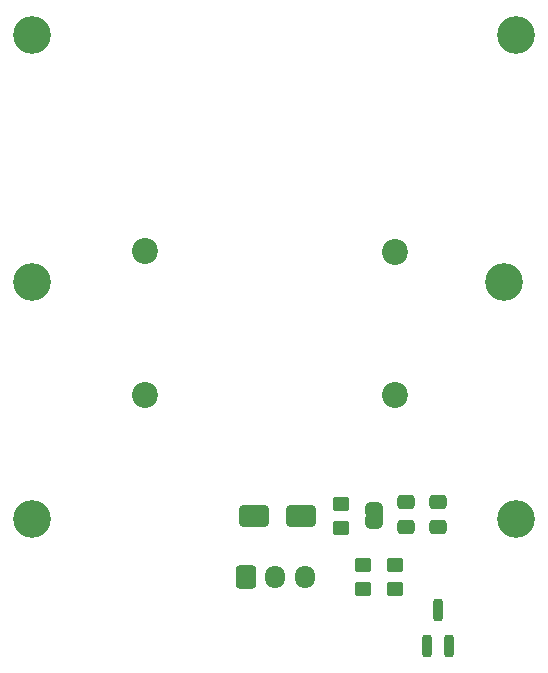
<source format=gbr>
%TF.GenerationSoftware,KiCad,Pcbnew,9.0.7-9.0.7~ubuntu24.04.1*%
%TF.CreationDate,2026-01-07T15:42:35+05:30*%
%TF.ProjectId,RPI_Cam3_RL,5250495f-4361-46d3-935f-524c2e6b6963,rev?*%
%TF.SameCoordinates,Original*%
%TF.FileFunction,Soldermask,Bot*%
%TF.FilePolarity,Negative*%
%FSLAX46Y46*%
G04 Gerber Fmt 4.6, Leading zero omitted, Abs format (unit mm)*
G04 Created by KiCad (PCBNEW 9.0.7-9.0.7~ubuntu24.04.1) date 2026-01-07 15:42:35*
%MOMM*%
%LPD*%
G01*
G04 APERTURE LIST*
G04 Aperture macros list*
%AMRoundRect*
0 Rectangle with rounded corners*
0 $1 Rounding radius*
0 $2 $3 $4 $5 $6 $7 $8 $9 X,Y pos of 4 corners*
0 Add a 4 corners polygon primitive as box body*
4,1,4,$2,$3,$4,$5,$6,$7,$8,$9,$2,$3,0*
0 Add four circle primitives for the rounded corners*
1,1,$1+$1,$2,$3*
1,1,$1+$1,$4,$5*
1,1,$1+$1,$6,$7*
1,1,$1+$1,$8,$9*
0 Add four rect primitives between the rounded corners*
20,1,$1+$1,$2,$3,$4,$5,0*
20,1,$1+$1,$4,$5,$6,$7,0*
20,1,$1+$1,$6,$7,$8,$9,0*
20,1,$1+$1,$8,$9,$2,$3,0*%
%AMFreePoly0*
4,1,23,0.500000,-0.750000,0.000000,-0.750000,0.000000,-0.745722,-0.065263,-0.745722,-0.191342,-0.711940,-0.304381,-0.646677,-0.396677,-0.554381,-0.461940,-0.441342,-0.495722,-0.315263,-0.495722,-0.250000,-0.500000,-0.250000,-0.500000,0.250000,-0.495722,0.250000,-0.495722,0.315263,-0.461940,0.441342,-0.396677,0.554381,-0.304381,0.646677,-0.191342,0.711940,-0.065263,0.745722,0.000000,0.745722,
0.000000,0.750000,0.500000,0.750000,0.500000,-0.750000,0.500000,-0.750000,$1*%
%AMFreePoly1*
4,1,23,0.000000,0.745722,0.065263,0.745722,0.191342,0.711940,0.304381,0.646677,0.396677,0.554381,0.461940,0.441342,0.495722,0.315263,0.495722,0.250000,0.500000,0.250000,0.500000,-0.250000,0.495722,-0.250000,0.495722,-0.315263,0.461940,-0.441342,0.396677,-0.554381,0.304381,-0.646677,0.191342,-0.711940,0.065263,-0.745722,0.000000,-0.745722,0.000000,-0.750000,-0.500000,-0.750000,
-0.500000,0.750000,0.000000,0.750000,0.000000,0.745722,0.000000,0.745722,$1*%
G04 Aperture macros list end*
%ADD10C,2.200000*%
%ADD11C,3.200000*%
%ADD12RoundRect,0.250000X0.475000X-0.337500X0.475000X0.337500X-0.475000X0.337500X-0.475000X-0.337500X0*%
%ADD13FreePoly0,90.000000*%
%ADD14FreePoly1,90.000000*%
%ADD15RoundRect,0.250000X-0.600000X-0.725000X0.600000X-0.725000X0.600000X0.725000X-0.600000X0.725000X0*%
%ADD16O,1.700000X1.950000*%
%ADD17RoundRect,0.250000X1.000000X0.650000X-1.000000X0.650000X-1.000000X-0.650000X1.000000X-0.650000X0*%
%ADD18RoundRect,0.250000X0.450000X-0.350000X0.450000X0.350000X-0.450000X0.350000X-0.450000X-0.350000X0*%
%ADD19RoundRect,0.200000X0.200000X-0.750000X0.200000X0.750000X-0.200000X0.750000X-0.200000X-0.750000X0*%
%ADD20RoundRect,0.250000X-0.450000X0.350000X-0.450000X-0.350000X0.450000X-0.350000X0.450000X0.350000X0*%
G04 APERTURE END LIST*
%TO.C,JP1*%
G36*
X214250000Y-111300000D02*
G01*
X212750000Y-111300000D01*
X212750000Y-111000000D01*
X214250000Y-111000000D01*
X214250000Y-111300000D01*
G37*
%TD*%
D10*
%TO.C,H4*%
X215200000Y-100950000D03*
%TD*%
D11*
%TO.C,H7*%
X184500000Y-111500000D03*
%TD*%
D10*
%TO.C,H2*%
X215200000Y-88850000D03*
%TD*%
D11*
%TO.C,H9*%
X224500000Y-91400000D03*
%TD*%
%TO.C,H5*%
X184500000Y-70500000D03*
%TD*%
%TO.C,H6*%
X225500000Y-70500000D03*
%TD*%
%TO.C,H8*%
X225500000Y-111500000D03*
%TD*%
%TO.C,H10*%
X184500000Y-91400000D03*
%TD*%
D10*
%TO.C,H3*%
X194100000Y-100950000D03*
%TD*%
%TO.C,H1*%
X194100000Y-88800000D03*
%TD*%
D12*
%TO.C,C1*%
X218900000Y-112137500D03*
X218900000Y-110062500D03*
%TD*%
D13*
%TO.C,JP1*%
X213500000Y-111800000D03*
D14*
X213500000Y-110500000D03*
%TD*%
D15*
%TO.C,J1*%
X202600000Y-116400000D03*
D16*
X205100000Y-116400000D03*
X207600000Y-116400000D03*
%TD*%
D17*
%TO.C,DP1*%
X207300000Y-111200000D03*
X203300000Y-111200000D03*
%TD*%
D18*
%TO.C,RP2*%
X215200000Y-117400000D03*
X215200000Y-115400000D03*
%TD*%
D19*
%TO.C,Q1*%
X219850000Y-122200000D03*
X217950000Y-122200000D03*
X218900000Y-119200000D03*
%TD*%
D12*
%TO.C,C2*%
X216200000Y-112137500D03*
X216200000Y-110062500D03*
%TD*%
D18*
%TO.C,RP1*%
X212500000Y-117400000D03*
X212500000Y-115400000D03*
%TD*%
D20*
%TO.C,F1*%
X210700000Y-110200000D03*
X210700000Y-112200000D03*
%TD*%
M02*

</source>
